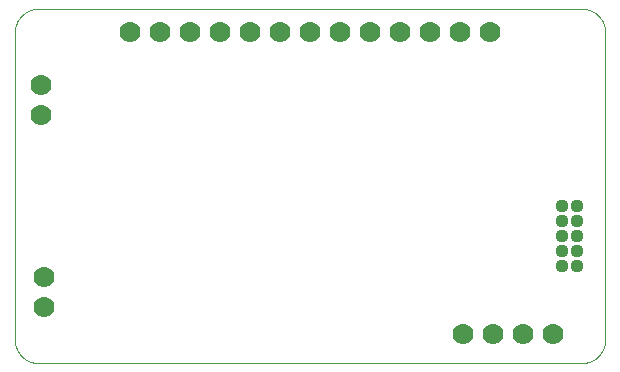
<source format=gbs>
G75*
%MOIN*%
%OFA0B0*%
%FSLAX25Y25*%
%IPPOS*%
%LPD*%
%AMOC8*
5,1,8,0,0,1.08239X$1,22.5*
%
%ADD10C,0.00000*%
%ADD11C,0.04400*%
%ADD12C,0.07000*%
D10*
X0024138Y0017248D02*
X0205240Y0017248D01*
X0205430Y0017250D01*
X0205620Y0017257D01*
X0205810Y0017269D01*
X0206000Y0017285D01*
X0206189Y0017305D01*
X0206378Y0017331D01*
X0206566Y0017360D01*
X0206753Y0017395D01*
X0206939Y0017434D01*
X0207124Y0017477D01*
X0207309Y0017525D01*
X0207492Y0017577D01*
X0207673Y0017633D01*
X0207853Y0017694D01*
X0208032Y0017760D01*
X0208209Y0017829D01*
X0208385Y0017903D01*
X0208558Y0017981D01*
X0208730Y0018064D01*
X0208899Y0018150D01*
X0209067Y0018240D01*
X0209232Y0018335D01*
X0209395Y0018433D01*
X0209555Y0018536D01*
X0209713Y0018642D01*
X0209868Y0018752D01*
X0210021Y0018865D01*
X0210171Y0018983D01*
X0210317Y0019104D01*
X0210461Y0019228D01*
X0210602Y0019356D01*
X0210740Y0019487D01*
X0210875Y0019622D01*
X0211006Y0019760D01*
X0211134Y0019901D01*
X0211258Y0020045D01*
X0211379Y0020191D01*
X0211497Y0020341D01*
X0211610Y0020494D01*
X0211720Y0020649D01*
X0211826Y0020807D01*
X0211929Y0020967D01*
X0212027Y0021130D01*
X0212122Y0021295D01*
X0212212Y0021463D01*
X0212298Y0021632D01*
X0212381Y0021804D01*
X0212459Y0021977D01*
X0212533Y0022153D01*
X0212602Y0022330D01*
X0212668Y0022509D01*
X0212729Y0022689D01*
X0212785Y0022870D01*
X0212837Y0023053D01*
X0212885Y0023238D01*
X0212928Y0023423D01*
X0212967Y0023609D01*
X0213002Y0023796D01*
X0213031Y0023984D01*
X0213057Y0024173D01*
X0213077Y0024362D01*
X0213093Y0024552D01*
X0213105Y0024742D01*
X0213112Y0024932D01*
X0213114Y0025122D01*
X0213114Y0127484D01*
X0213112Y0127674D01*
X0213105Y0127864D01*
X0213093Y0128054D01*
X0213077Y0128244D01*
X0213057Y0128433D01*
X0213031Y0128622D01*
X0213002Y0128810D01*
X0212967Y0128997D01*
X0212928Y0129183D01*
X0212885Y0129368D01*
X0212837Y0129553D01*
X0212785Y0129736D01*
X0212729Y0129917D01*
X0212668Y0130097D01*
X0212602Y0130276D01*
X0212533Y0130453D01*
X0212459Y0130629D01*
X0212381Y0130802D01*
X0212298Y0130974D01*
X0212212Y0131143D01*
X0212122Y0131311D01*
X0212027Y0131476D01*
X0211929Y0131639D01*
X0211826Y0131799D01*
X0211720Y0131957D01*
X0211610Y0132112D01*
X0211497Y0132265D01*
X0211379Y0132415D01*
X0211258Y0132561D01*
X0211134Y0132705D01*
X0211006Y0132846D01*
X0210875Y0132984D01*
X0210740Y0133119D01*
X0210602Y0133250D01*
X0210461Y0133378D01*
X0210317Y0133502D01*
X0210171Y0133623D01*
X0210021Y0133741D01*
X0209868Y0133854D01*
X0209713Y0133964D01*
X0209555Y0134070D01*
X0209395Y0134173D01*
X0209232Y0134271D01*
X0209067Y0134366D01*
X0208899Y0134456D01*
X0208730Y0134542D01*
X0208558Y0134625D01*
X0208385Y0134703D01*
X0208209Y0134777D01*
X0208032Y0134846D01*
X0207853Y0134912D01*
X0207673Y0134973D01*
X0207492Y0135029D01*
X0207309Y0135081D01*
X0207124Y0135129D01*
X0206939Y0135172D01*
X0206753Y0135211D01*
X0206566Y0135246D01*
X0206378Y0135275D01*
X0206189Y0135301D01*
X0206000Y0135321D01*
X0205810Y0135337D01*
X0205620Y0135349D01*
X0205430Y0135356D01*
X0205240Y0135358D01*
X0024138Y0135358D01*
X0023948Y0135356D01*
X0023758Y0135349D01*
X0023568Y0135337D01*
X0023378Y0135321D01*
X0023189Y0135301D01*
X0023000Y0135275D01*
X0022812Y0135246D01*
X0022625Y0135211D01*
X0022439Y0135172D01*
X0022254Y0135129D01*
X0022069Y0135081D01*
X0021886Y0135029D01*
X0021705Y0134973D01*
X0021525Y0134912D01*
X0021346Y0134846D01*
X0021169Y0134777D01*
X0020993Y0134703D01*
X0020820Y0134625D01*
X0020648Y0134542D01*
X0020479Y0134456D01*
X0020311Y0134366D01*
X0020146Y0134271D01*
X0019983Y0134173D01*
X0019823Y0134070D01*
X0019665Y0133964D01*
X0019510Y0133854D01*
X0019357Y0133741D01*
X0019207Y0133623D01*
X0019061Y0133502D01*
X0018917Y0133378D01*
X0018776Y0133250D01*
X0018638Y0133119D01*
X0018503Y0132984D01*
X0018372Y0132846D01*
X0018244Y0132705D01*
X0018120Y0132561D01*
X0017999Y0132415D01*
X0017881Y0132265D01*
X0017768Y0132112D01*
X0017658Y0131957D01*
X0017552Y0131799D01*
X0017449Y0131639D01*
X0017351Y0131476D01*
X0017256Y0131311D01*
X0017166Y0131143D01*
X0017080Y0130974D01*
X0016997Y0130802D01*
X0016919Y0130629D01*
X0016845Y0130453D01*
X0016776Y0130276D01*
X0016710Y0130097D01*
X0016649Y0129917D01*
X0016593Y0129736D01*
X0016541Y0129553D01*
X0016493Y0129368D01*
X0016450Y0129183D01*
X0016411Y0128997D01*
X0016376Y0128810D01*
X0016347Y0128622D01*
X0016321Y0128433D01*
X0016301Y0128244D01*
X0016285Y0128054D01*
X0016273Y0127864D01*
X0016266Y0127674D01*
X0016264Y0127484D01*
X0016264Y0025122D01*
X0016266Y0024932D01*
X0016273Y0024742D01*
X0016285Y0024552D01*
X0016301Y0024362D01*
X0016321Y0024173D01*
X0016347Y0023984D01*
X0016376Y0023796D01*
X0016411Y0023609D01*
X0016450Y0023423D01*
X0016493Y0023238D01*
X0016541Y0023053D01*
X0016593Y0022870D01*
X0016649Y0022689D01*
X0016710Y0022509D01*
X0016776Y0022330D01*
X0016845Y0022153D01*
X0016919Y0021977D01*
X0016997Y0021804D01*
X0017080Y0021632D01*
X0017166Y0021463D01*
X0017256Y0021295D01*
X0017351Y0021130D01*
X0017449Y0020967D01*
X0017552Y0020807D01*
X0017658Y0020649D01*
X0017768Y0020494D01*
X0017881Y0020341D01*
X0017999Y0020191D01*
X0018120Y0020045D01*
X0018244Y0019901D01*
X0018372Y0019760D01*
X0018503Y0019622D01*
X0018638Y0019487D01*
X0018776Y0019356D01*
X0018917Y0019228D01*
X0019061Y0019104D01*
X0019207Y0018983D01*
X0019357Y0018865D01*
X0019510Y0018752D01*
X0019665Y0018642D01*
X0019823Y0018536D01*
X0019983Y0018433D01*
X0020146Y0018335D01*
X0020311Y0018240D01*
X0020479Y0018150D01*
X0020648Y0018064D01*
X0020820Y0017981D01*
X0020993Y0017903D01*
X0021169Y0017829D01*
X0021346Y0017760D01*
X0021525Y0017694D01*
X0021705Y0017633D01*
X0021886Y0017577D01*
X0022069Y0017525D01*
X0022254Y0017477D01*
X0022439Y0017434D01*
X0022625Y0017395D01*
X0022812Y0017360D01*
X0023000Y0017331D01*
X0023189Y0017305D01*
X0023378Y0017285D01*
X0023568Y0017269D01*
X0023758Y0017257D01*
X0023948Y0017250D01*
X0024138Y0017248D01*
D11*
X0198685Y0049492D03*
X0203685Y0049492D03*
X0203685Y0054492D03*
X0198685Y0054492D03*
X0198685Y0059492D03*
X0203685Y0059492D03*
X0203685Y0064492D03*
X0198685Y0064492D03*
X0198685Y0069492D03*
X0203685Y0069492D03*
D12*
X0195634Y0027091D03*
X0185634Y0027091D03*
X0175634Y0027091D03*
X0165634Y0027091D03*
X0026106Y0035870D03*
X0026106Y0045870D03*
X0025122Y0099846D03*
X0025122Y0109846D03*
X0054689Y0127484D03*
X0064689Y0127484D03*
X0074689Y0127484D03*
X0084689Y0127484D03*
X0094689Y0127484D03*
X0104689Y0127484D03*
X0114689Y0127484D03*
X0124689Y0127484D03*
X0134689Y0127484D03*
X0144689Y0127484D03*
X0154689Y0127484D03*
X0164689Y0127484D03*
X0174689Y0127484D03*
M02*

</source>
